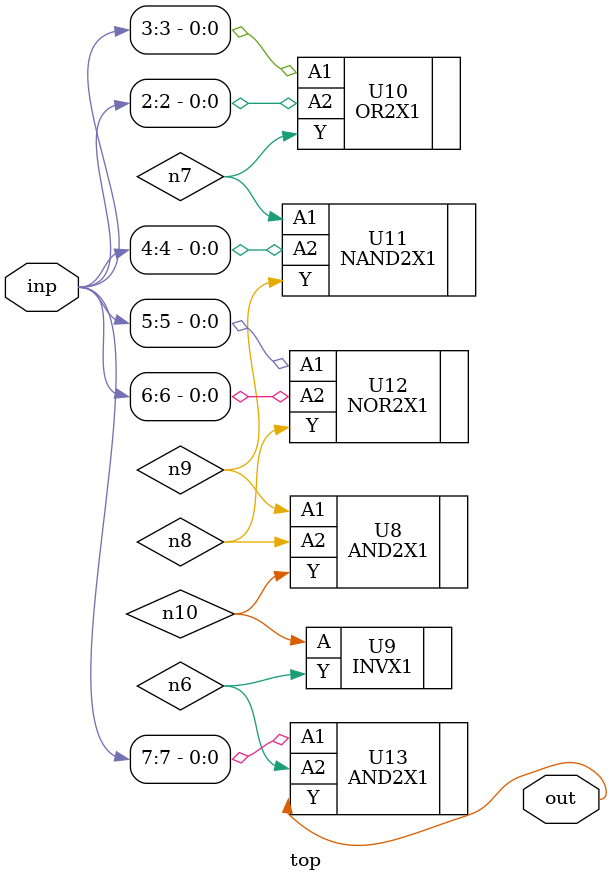
<source format=sv>


module top ( inp, out );
  input [7:0] inp;
  output out;
  wire   n6, n7, n8, n9, n10;

  AND2X1 U8 ( .A1(n9), .A2(n8), .Y(n10) );
  INVX1 U9 ( .A(n10), .Y(n6) );
  OR2X1 U10 ( .A1(inp[3]), .A2(inp[2]), .Y(n7) );
  NAND2X1 U11 ( .A1(n7), .A2(inp[4]), .Y(n9) );
  NOR2X1 U12 ( .A1(inp[5]), .A2(inp[6]), .Y(n8) );
  AND2X1 U13 ( .A1(inp[7]), .A2(n6), .Y(out) );
endmodule


</source>
